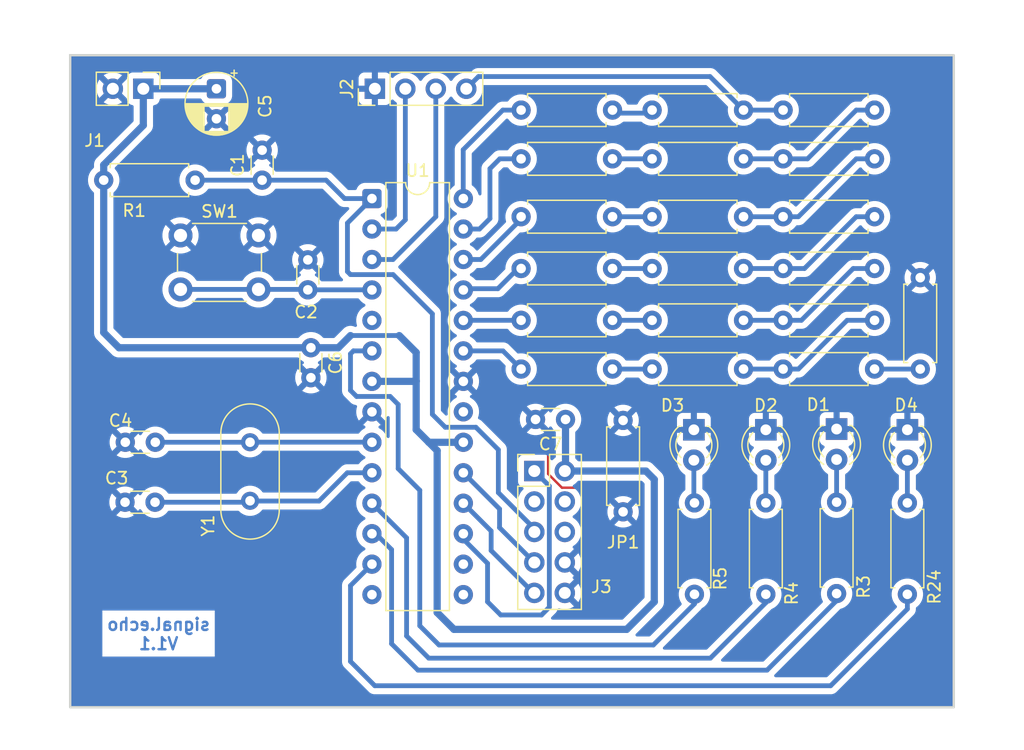
<source format=kicad_pcb>
(kicad_pcb (version 20241229) (generator "pcbnew") (generator_version "9.0")
  (layers (0 "F.Cu" signal "Front") (2 "B.Cu" signal "Back") (15 "B.Paste" user) (5 "F.SilkS" user "F.Silkscreen") (7 "B.SilkS" user "B.Silkscreen") (3 "B.Mask" user) (25 "Edge.Cuts" user))
  (net 0 "")
  (net 1 "U1_RESET")
  (net 2 "GND")
  (net 3 "SW_MODE")
  (net 4 "Net-(U1-PB7{slash}XTAL2)")
  (net 5 "Net-(U1-PB6{slash}XTAL1)")
  (net 6 "Net-(D1-A)")
  (net 7 "Net-(D2-A)")
  (net 8 "Net-(D3-A)")
  (net 9 "ANG_OUT_0")
  (net 10 "DIGI_OUT_1")
  (net 11 "DIGI_OUT_0")
  (net 12 "ISP_MOSI")
  (net 13 "ISP_SCK")
  (net 14 "ISP_MISO")
  (net 15 "ANG_D5")
  (net 16 "STAT_LED_2")
  (net 17 "STAT_LED_1")
  (net 18 "STAT_LED_0")
  (net 19 "ANG_D4")
  (net 20 "ANG_D3")
  (net 21 "Net-(R13-Pad1)")
  (net 22 "ANG_D2")
  (net 23 "Net-(R14-Pad1)")
  (net 24 "ANG_D1")
  (net 25 "Net-(R15-Pad1)")
  (net 26 "ANG_D0")
  (net 27 "Net-(R12-Pad2)")
  (net 28 "Net-(R14-Pad2)")
  (net 29 "Net-(R15-Pad2)")
  (net 30 "Net-(R16-Pad2)")
  (net 31 "Net-(D4-A)")
  (net 32 "+5V")
  (net 38 "STAT_LED_3")
  (net 42 "Net-(R11-Pad1)")
  (net 43 "Net-(R12-Pad1)")
  (net 44 "Net-(R10-Pad2)")
  (net 45 "Net-(R13-Pad2)")
  (net 46 "Net-(R22-Pad2)")
  (footprint "Connector_PinHeader_2.54mm:PinHeader_2x05_P2.54mm_Vertical" (layer "F.Cu") (at 124.8 94.1)
    (property "Reference" "J3" (at 5.588 9.652 180) (layer "F.SilkS"))
    (property "Value" "AVR_ISP" (hide yes))
    (pad "1" thru_hole rect (at 0 0) (size 1.7 1.7) (drill 1) (layers "*.Cu" "*.Mask") (net 12 "ISP_MOSI"))
    (pad "2" thru_hole circle (at 2.54 0) (size 1.7 1.7) (drill 1) (layers "*.Cu" "*.Mask") (net 32 "+5V"))
    (pad "3" thru_hole circle (at 0 2.54) (size 1.7 1.7) (drill 1) (layers "*.Cu" "*.Mask"))
    (pad "4" thru_hole circle (at 2.54 2.54) (size 1.7 1.7) (drill 1) (layers "*.Cu" "*.Mask"))
    (pad "5" thru_hole circle (at 0 5.08) (size 1.7 1.7) (drill 1) (layers "*.Cu" "*.Mask") (net 1 "U1_RESET"))
    (pad "6" thru_hole circle (at 2.54 5.08) (size 1.7 1.7) (drill 1) (layers "*.Cu" "*.Mask"))
    (pad "7" thru_hole circle (at 0 7.62) (size 1.7 1.7) (drill 1) (layers "*.Cu" "*.Mask") (net 13 "ISP_SCK"))
    (pad "8" thru_hole circle (at 2.54 7.62) (size 1.7 1.7) (drill 1) (layers "*.Cu" "*.Mask") (net 2 "GND"))
    (pad "9" thru_hole circle (at 0 10.16) (size 1.7 1.7) (drill 1) (layers "*.Cu" "*.Mask") (net 14 "ISP_MISO"))
    (pad "10" thru_hole circle (at 2.54 10.16) (size 1.7 1.7) (drill 1) (layers "*.Cu" "*.Mask") (net 2 "GND"))
  )
  (footprint "Package_DIP:DIP-28_W7.62mm" (layer "F.Cu") (at 111.262 71.384)
    (property "Reference" "U1" (at 3.81 -2.33 0) (layer "F.SilkS"))
    (property "Value" "ATmega8A-P")
    (pad "1" thru_hole roundrect (at 0 0) (size 1.6 1.6) (drill 0.8) (layers "*.Cu" "*.Mask") (roundrect_rratio 0.15625) (net 1 "U1_RESET"))
    (pad "2" thru_hole circle (at 0 2.54) (size 1.6 1.6) (drill 0.8) (layers "*.Cu" "*.Mask") (net 11 "DIGI_OUT_0"))
    (pad "3" thru_hole circle (at 0 5.08) (size 1.6 1.6) (drill 0.8) (layers "*.Cu" "*.Mask") (net 10 "DIGI_OUT_1"))
    (pad "4" thru_hole circle (at 0 7.62) (size 1.6 1.6) (drill 0.8) (layers "*.Cu" "*.Mask") (net 3 "SW_MODE"))
    (pad "5" thru_hole circle (at 0 10.16) (size 1.6 1.6) (drill 0.8) (layers "*.Cu" "*.Mask"))
    (pad "6" thru_hole circle (at 0 12.7) (size 1.6 1.6) (drill 0.8) (layers "*.Cu" "*.Mask") (net 18 "STAT_LED_0"))
    (pad "7" thru_hole circle (at 0 15.24) (size 1.6 1.6) (drill 0.8) (layers "*.Cu" "*.Mask") (net 32 "+5V"))
    (pad "8" thru_hole circle (at 0 17.78) (size 1.6 1.6) (drill 0.8) (layers "*.Cu" "*.Mask") (net 2 "GND"))
    (pad "9" thru_hole circle (at 0 20.32) (size 1.6 1.6) (drill 0.8) (layers "*.Cu" "*.Mask") (net 5 "Net-(U1-PB6{slash}XTAL1)"))
    (pad "10" thru_hole circle (at 0 22.86) (size 1.6 1.6) (drill 0.8) (layers "*.Cu" "*.Mask") (net 4 "Net-(U1-PB7{slash}XTAL2)"))
    (pad "11" thru_hole circle (at 0 25.4) (size 1.6 1.6) (drill 0.8) (layers "*.Cu" "*.Mask") (net 17 "STAT_LED_1"))
    (pad "12" thru_hole circle (at 0 27.94) (size 1.6 1.6) (drill 0.8) (layers "*.Cu" "*.Mask") (net 16 "STAT_LED_2"))
    (pad "13" thru_hole circle (at 0 30.48) (size 1.6 1.6) (drill 0.8) (layers "*.Cu" "*.Mask") (net 38 "STAT_LED_3"))
    (pad "14" thru_hole circle (at 0 33.02) (size 1.6 1.6) (drill 0.8) (layers "*.Cu" "*.Mask"))
    (pad "15" thru_hole circle (at 7.62 33.02) (size 1.6 1.6) (drill 0.8) (layers "*.Cu" "*.Mask"))
    (pad "16" thru_hole circle (at 7.62 30.48) (size 1.6 1.6) (drill 0.8) (layers "*.Cu" "*.Mask"))
    (pad "17" thru_hole circle (at 7.62 27.94) (size 1.6 1.6) (drill 0.8) (layers "*.Cu" "*.Mask") (net 12 "ISP_MOSI"))
    (pad "18" thru_hole circle (at 7.62 25.4) (size 1.6 1.6) (drill 0.8) (layers "*.Cu" "*.Mask") (net 14 "ISP_MISO"))
    (pad "19" thru_hole circle (at 7.62 22.86) (size 1.6 1.6) (drill 0.8) (layers "*.Cu" "*.Mask") (net 13 "ISP_SCK"))
    (pad "20" thru_hole circle (at 7.62 20.32) (size 1.6 1.6) (drill 0.8) (layers "*.Cu" "*.Mask") (net 32 "+5V"))
    (pad "21" thru_hole circle (at 7.62 17.78) (size 1.6 1.6) (drill 0.8) (layers "*.Cu" "*.Mask"))
    (pad "22" thru_hole circle (at 7.62 15.24) (size 1.6 1.6) (drill 0.8) (layers "*.Cu" "*.Mask") (net 2 "GND"))
    (pad "23" thru_hole circle (at 7.62 12.7) (size 1.6 1.6) (drill 0.8) (layers "*.Cu" "*.Mask") (net 26 "ANG_D0"))
    (pad "24" thru_hole circle (at 7.62 10.16) (size 1.6 1.6) (drill 0.8) (layers "*.Cu" "*.Mask") (net 24 "ANG_D1"))
    (pad "25" thru_hole circle (at 7.62 7.62) (size 1.6 1.6) (drill 0.8) (layers "*.Cu" "*.Mask") (net 22 "ANG_D2"))
    (pad "26" thru_hole circle (at 7.62 5.08) (size 1.6 1.6) (drill 0.8) (layers "*.Cu" "*.Mask") (net 20 "ANG_D3"))
    (pad "27" thru_hole circle (at 7.62 2.54) (size 1.6 1.6) (drill 0.8) (layers "*.Cu" "*.Mask") (net 19 "ANG_D4"))
    (pad "28" thru_hole circle (at 7.62 0) (size 1.6 1.6) (drill 0.8) (layers "*.Cu" "*.Mask") (net 15 "ANG_D5"))
  )
  (footprint "Capacitor_THT:C_Disc_D3.0mm_W1.6mm_P2.50mm" (layer "F.Cu") (at 106.172 83.82 -90)
    (property "Reference" "C6" (at 1.25 -2.05 90) (layer "F.SilkS"))
    (property "Value" "100nF")
    (pad "1" thru_hole circle (at 0 0 270) (size 1.6 1.6) (drill 0.8) (layers "*.Cu" "*.Mask") (net 32 "+5V"))
    (pad "2" thru_hole circle (at 2.5 0 270) (size 1.6 1.6) (drill 0.8) (layers "*.Cu" "*.Mask") (net 2 "GND"))
  )
  (footprint "Resistor_THT:R_Axial_DIN0207_L6.3mm_D2.5mm_P7.62mm_Horizontal" (layer "F.Cu") (at 132.2 97.5 90)
    (property "Reference" "JP1" (at -2.54 0 180) (layer "F.SilkS"))
    (property "Value" "Jumper_2_Bridged" (hide yes))
    (pad "1" thru_hole circle (at 0 0 90) (size 1.6 1.6) (drill 0.8) (layers "*.Cu" "*.Mask") (net 2 "GND"))
    (pad "2" thru_hole circle (at 7.62 0 90) (size 1.6 1.6) (drill 0.8) (layers "*.Cu" "*.Mask") (net 2 "GND"))
  )
  (footprint "Resistor_THT:R_Axial_DIN0207_L6.3mm_D2.5mm_P7.62mm_Horizontal" (layer "F.Cu") (at 123.698 77.216)
    (property "Reference" "R8" (hide yes))
    (property "Value" "2.2k")
    (pad "1" thru_hole circle (at 0 0) (size 1.6 1.6) (drill 0.8) (layers "*.Cu" "*.Mask") (net 22 "ANG_D2"))
    (pad "2" thru_hole circle (at 7.62 0) (size 1.6 1.6) (drill 0.8) (layers "*.Cu" "*.Mask") (net 23 "Net-(R14-Pad1)"))
  )
  (footprint "Resistor_THT:R_Axial_DIN0207_L6.3mm_D2.5mm_P7.62mm_Horizontal" (layer "F.Cu") (at 138.148 96.756 -90)
    (property "Reference" "R5" (at 6.31 -2.15 90) (layer "F.SilkS"))
    (property "Value" "2.2k")
    (pad "1" thru_hole circle (at 0 0 270) (size 1.6 1.6) (drill 0.8) (layers "*.Cu" "*.Mask") (net 8 "Net-(D3-A)"))
    (pad "2" thru_hole circle (at 7.62 0 270) (size 1.6 1.6) (drill 0.8) (layers "*.Cu" "*.Mask") (net 18 "STAT_LED_0"))
  )
  (footprint "LED_THT:LED_D3.0mm" (layer "F.Cu") (at 150 90.59978 -90)
    (property "Reference" "D1" (at -2.032 1.524 0) (layer "F.SilkS"))
    (property "Value" "LED_Small" (hide yes))
    (pad "1" thru_hole rect (at 0 0 270) (size 1.8 1.8) (drill 0.9) (layers "*.Cu" "*.Mask") (net 2 "GND"))
    (pad "2" thru_hole circle (at 2.54 0 270) (size 1.8 1.8) (drill 0.9) (layers "*.Cu" "*.Mask") (net 6 "Net-(D1-A)"))
  )
  (footprint "Crystal:Crystal_HC49-4H_Vertical" (layer "F.Cu") (at 101.1 91.7 -90)
    (property "Reference" "Y1" (at 6.95 3.5 90) (layer "F.SilkS"))
    (property "Value" "16MHz")
    (pad "1" thru_hole circle (at 0 0 270) (size 1.5 1.5) (drill 0.8) (layers "*.Cu" "*.Mask") (net 5 "Net-(U1-PB6{slash}XTAL1)"))
    (pad "2" thru_hole circle (at 4.88 0 270) (size 1.5 1.5) (drill 0.8) (layers "*.Cu" "*.Mask") (net 4 "Net-(U1-PB7{slash}XTAL2)"))
  )
  (footprint "Resistor_THT:R_Axial_DIN0207_L6.3mm_D2.5mm_P7.62mm_Horizontal" (layer "F.Cu") (at 123.698 81.534)
    (property "Reference" "R9" (hide yes))
    (property "Value" "2.2k")
    (pad "1" thru_hole circle (at 0 0) (size 1.6 1.6) (drill 0.8) (layers "*.Cu" "*.Mask") (net 24 "ANG_D1"))
    (pad "2" thru_hole circle (at 7.62 0) (size 1.6 1.6) (drill 0.8) (layers "*.Cu" "*.Mask") (net 25 "Net-(R15-Pad1)"))
  )
  (footprint "Resistor_THT:R_Axial_DIN0207_L6.3mm_D2.5mm_P7.62mm_Horizontal" (layer "F.Cu") (at 156.972 85.598 90)
    (property "Reference" "R23" (hide yes))
    (property "Value" "2.2k")
    (pad "1" thru_hole circle (at 0 0 90) (size 1.6 1.6) (drill 0.8) (layers "*.Cu" "*.Mask") (net 46 "Net-(R22-Pad2)"))
    (pad "2" thru_hole circle (at 7.62 0 90) (size 1.6 1.6) (drill 0.8) (layers "*.Cu" "*.Mask") (net 2 "GND"))
  )
  (footprint "Resistor_THT:R_Axial_DIN0207_L6.3mm_D2.5mm_P7.62mm_Horizontal" (layer "F.Cu") (at 134.62 68.072)
    (property "Reference" "R12" (hide yes))
    (property "Value" "2.2k")
    (pad "1" thru_hole circle (at 0 0) (size 1.6 1.6) (drill 0.8) (layers "*.Cu" "*.Mask") (net 43 "Net-(R12-Pad1)"))
    (pad "2" thru_hole circle (at 7.62 0) (size 1.6 1.6) (drill 0.8) (layers "*.Cu" "*.Mask") (net 27 "Net-(R12-Pad2)"))
  )
  (footprint "Resistor_THT:R_Axial_DIN0207_L6.3mm_D2.5mm_P7.62mm_Horizontal" (layer "F.Cu") (at 153.162 81.534 180)
    (property "Reference" "R21" (hide yes))
    (property "Value" "2.2k")
    (pad "1" thru_hole circle (at 0 0 180) (size 1.6 1.6) (drill 0.8) (layers "*.Cu" "*.Mask") (net 30 "Net-(R16-Pad2)"))
    (pad "2" thru_hole circle (at 7.62 0 180) (size 1.6 1.6) (drill 0.8) (layers "*.Cu" "*.Mask") (net 29 "Net-(R15-Pad2)"))
  )
  (footprint "Resistor_THT:R_Axial_DIN0207_L6.3mm_D2.5mm_P7.62mm_Horizontal" (layer "F.Cu") (at 153.162 68.072 180)
    (property "Reference" "R18" (hide yes))
    (property "Value" "2.2k")
    (pad "1" thru_hole circle (at 0 0 180) (size 1.6 1.6) (drill 0.8) (layers "*.Cu" "*.Mask") (net 45 "Net-(R13-Pad2)"))
    (pad "2" thru_hole circle (at 7.62 0 180) (size 1.6 1.6) (drill 0.8) (layers "*.Cu" "*.Mask") (net 27 "Net-(R12-Pad2)"))
  )
  (footprint "Resistor_THT:R_Axial_DIN0207_L6.3mm_D2.5mm_P7.62mm_Horizontal" (layer "F.Cu") (at 150 96.69578 -90)
    (property "Reference" "R3" (at 7.06 -2.25 90) (layer "F.SilkS"))
    (property "Value" "2.2k")
    (pad "1" thru_hole circle (at 0 0 270) (size 1.6 1.6) (drill 0.8) (layers "*.Cu" "*.Mask") (net 6 "Net-(D1-A)"))
    (pad "2" thru_hole circle (at 7.62 0 270) (size 1.6 1.6) (drill 0.8) (layers "*.Cu" "*.Mask") (net 16 "STAT_LED_2"))
  )
  (footprint "Resistor_THT:R_Axial_DIN0207_L6.3mm_D2.5mm_P7.62mm_Horizontal" (layer "F.Cu") (at 123.698 68.072)
    (property "Reference" "R6" (hide yes))
    (property "Value" "2.2k")
    (pad "1" thru_hole circle (at 0 0) (size 1.6 1.6) (drill 0.8) (layers "*.Cu" "*.Mask") (net 19 "ANG_D4"))
    (pad "2" thru_hole circle (at 7.62 0) (size 1.6 1.6) (drill 0.8) (layers "*.Cu" "*.Mask") (net 43 "Net-(R12-Pad1)"))
  )
  (footprint "LED_THT:LED_D3.0mm" (layer "F.Cu") (at 138.1 90.66 -90)
    (property "Reference" "D3" (at -2.032 1.778 0) (layer "F.SilkS"))
    (property "Value" "LED_Small" (hide yes))
    (pad "1" thru_hole rect (at 0 0 270) (size 1.8 1.8) (drill 0.9) (layers "*.Cu" "*.Mask") (net 2 "GND"))
    (pad "2" thru_hole circle (at 2.54 0 270) (size 1.8 1.8) (drill 0.9) (layers "*.Cu" "*.Mask") (net 8 "Net-(D3-A)"))
  )
  (footprint "Resistor_THT:R_Axial_DIN0207_L6.3mm_D2.5mm_P7.62mm_Horizontal" (layer "F.Cu") (at 153.162 72.898 180)
    (property "Reference" "R19" (hide yes))
    (property "Value" "2.2k")
    (pad "1" thru_hole circle (at 0 0 180) (size 1.6 1.6) (drill 0.8) (layers "*.Cu" "*.Mask") (net 28 "Net-(R14-Pad2)"))
    (pad "2" thru_hole circle (at 7.62 0 180) (size 1.6 1.6) (drill 0.8) (layers "*.Cu" "*.Mask") (net 45 "Net-(R13-Pad2)"))
  )
  (footprint "Resistor_THT:R_Axial_DIN0207_L6.3mm_D2.5mm_P7.62mm_Horizontal" (layer "F.Cu") (at 134.62 85.598)
    (property "Reference" "R16" (hide yes))
    (property "Value" "2.2k")
    (pad "1" thru_hole circle (at 0 0) (size 1.6 1.6) (drill 0.8) (layers "*.Cu" "*.Mask") (net 44 "Net-(R10-Pad2)"))
    (pad "2" thru_hole circle (at 7.62 0) (size 1.6 1.6) (drill 0.8) (layers "*.Cu" "*.Mask") (net 30 "Net-(R16-Pad2)"))
  )
  (footprint "Resistor_THT:R_Axial_DIN0207_L6.3mm_D2.5mm_P7.62mm_Horizontal" (layer "F.Cu") (at 153.162 77.216 180)
    (property "Reference" "R20" (hide yes))
    (property "Value" "2.2k")
    (pad "1" thru_hole circle (at 0 0 180) (size 1.6 1.6) (drill 0.8) (layers "*.Cu" "*.Mask") (net 29 "Net-(R15-Pad2)"))
    (pad "2" thru_hole circle (at 7.62 0 180) (size 1.6 1.6) (drill 0.8) (layers "*.Cu" "*.Mask") (net 28 "Net-(R14-Pad2)"))
  )
  (footprint "Resistor_THT:R_Axial_DIN0207_L6.3mm_D2.5mm_P7.62mm_Horizontal" (layer "F.Cu") (at 123.698 72.898)
    (property "Reference" "R7" (hide yes))
    (property "Value" "2.2k")
    (pad "1" thru_hole circle (at 0 0) (size 1.6 1.6) (drill 0.8) (layers "*.Cu" "*.Mask") (net 20 "ANG_D3"))
    (pad "2" thru_hole circle (at 7.62 0) (size 1.6 1.6) (drill 0.8) (layers "*.Cu" "*.Mask") (net 21 "Net-(R13-Pad1)"))
  )
  (footprint "Resistor_THT:R_Axial_DIN0207_L6.3mm_D2.5mm_P7.62mm_Horizontal" (layer "F.Cu") (at 134.62 64.008)
    (property "Reference" "R11" (hide yes))
    (property "Value" "2.2k")
    (pad "1" thru_hole circle (at 0 0) (size 1.6 1.6) (drill 0.8) (layers "*.Cu" "*.Mask") (net 42 "Net-(R11-Pad1)"))
    (pad "2" thru_hole circle (at 7.62 0) (size 1.6 1.6) (drill 0.8) (layers "*.Cu" "*.Mask") (net 9 "ANG_OUT_0"))
  )
  (footprint "Button_Switch_THT:SW_PUSH_6mm_H4.3mm" (layer "F.Cu") (at 95.302 74.458)
    (property "Reference" "SW1" (at 3.25 -2 0) (layer "F.SilkS"))
    (property "Value" "SW_Push")
    (pad "1" thru_hole circle (at 0 0 90) (size 2 2) (drill 1.1) (layers "*.Cu" "*.Mask") (net 2 "GND"))
    (pad "1" thru_hole circle (at 6.5 0 90) (size 2 2) (drill 1.1) (layers "*.Cu" "*.Mask") (net 2 "GND"))
    (pad "2" thru_hole circle (at 0 4.5 90) (size 2 2) (drill 1.1) (layers "*.Cu" "*.Mask") (net 3 "SW_MODE"))
    (pad "2" thru_hole circle (at 6.5 4.5 90) (size 2 2) (drill 1.1) (layers "*.Cu" "*.Mask") (net 3 "SW_MODE"))
  )
  (footprint "Resistor_THT:R_Axial_DIN0207_L6.3mm_D2.5mm_P7.62mm_Horizontal" (layer "F.Cu") (at 134.62 77.216)
    (property "Reference" "R14" (hide yes))
    (property "Value" "2.2k")
    (pad "1" thru_hole circle (at 0 0) (size 1.6 1.6) (drill 0.8) (layers "*.Cu" "*.Mask") (net 23 "Net-(R14-Pad1)"))
    (pad "2" thru_hole circle (at 7.62 0) (size 1.6 1.6) (drill 0.8) (layers "*.Cu" "*.Mask") (net 28 "Net-(R14-Pad2)"))
  )
  (footprint "Capacitor_THT:C_Disc_D3.0mm_W1.6mm_P2.50mm" (layer "F.Cu") (at 127.4 89.8 180)
    (property "Reference" "C7" (at 1.25 -2.05 0) (layer "F.SilkS"))
    (property "Value" "100nF")
    (pad "1" thru_hole circle (at 0 0 180) (size 1.6 1.6) (drill 0.8) (layers "*.Cu" "*.Mask") (net 32 "+5V"))
    (pad "2" thru_hole circle (at 2.5 0 180) (size 1.6 1.6) (drill 0.8) (layers "*.Cu" "*.Mask") (net 2 "GND"))
  )
  (footprint "Capacitor_THT:C_Disc_D3.0mm_W1.6mm_P2.50mm" (layer "F.Cu") (at 102.108 69.85 90)
    (property "Reference" "C1" (at 1.25 -2.05 90) (layer "F.SilkS"))
    (property "Value" "100nF")
    (pad "1" thru_hole circle (at 0 0 90) (size 1.6 1.6) (drill 0.8) (layers "*.Cu" "*.Mask") (net 1 "U1_RESET"))
    (pad "2" thru_hole circle (at 2.5 0 90) (size 1.6 1.6) (drill 0.8) (layers "*.Cu" "*.Mask") (net 2 "GND"))
  )
  (footprint "Resistor_THT:R_Axial_DIN0207_L6.3mm_D2.5mm_P7.62mm_Horizontal" (layer "F.Cu") (at 134.62 72.898)
    (property "Reference" "R13" (hide yes))
    (property "Value" "2.2k")
    (pad "1" thru_hole circle (at 0 0) (size 1.6 1.6) (drill 0.8) (layers "*.Cu" "*.Mask") (net 21 "Net-(R13-Pad1)"))
    (pad "2" thru_hole circle (at 7.62 0) (size 1.6 1.6) (drill 0.8) (layers "*.Cu" "*.Mask") (net 45 "Net-(R13-Pad2)"))
  )
  (footprint "Capacitor_THT:C_Disc_D3.0mm_W1.6mm_P2.50mm" (layer "F.Cu") (at 105.918 76.494 -90)
    (property "Reference" "C2" (at 4.35 0.15 180) (layer "F.SilkS"))
    (property "Value" "100nF")
    (pad "1" thru_hole circle (at 0 0 270) (size 1.6 1.6) (drill 0.8) (layers "*.Cu" "*.Mask") (net 2 "GND"))
    (pad "2" thru_hole circle (at 2.5 0 270) (size 1.6 1.6) (drill 0.8) (layers "*.Cu" "*.Mask") (net 3 "SW_MODE"))
  )
  (footprint "Resistor_THT:R_Axial_DIN0207_L6.3mm_D2.5mm_P7.62mm_Horizontal" (layer "F.Cu") (at 134.62 81.534)
    (property "Reference" "R15" (hide yes))
    (property "Value" "2.2k")
    (pad "1" thru_hole circle (at 0 0) (size 1.6 1.6) (drill 0.8) (layers "*.Cu" "*.Mask") (net 25 "Net-(R15-Pad1)"))
    (pad "2" thru_hole circle (at 7.62 0) (size 1.6 1.6) (drill 0.8) (layers "*.Cu" "*.Mask") (net 29 "Net-(R15-Pad2)"))
  )
  (footprint "Resistor_THT:R_Axial_DIN0207_L6.3mm_D2.5mm_P7.62mm_Horizontal" (layer "F.Cu") (at 155.9 96.756 -90)
    (property "Reference" "R24" (at 7.01 -2.25 90) (layer "F.SilkS"))
    (property "Value" "2.2k")
    (pad "1" thru_hole circle (at 0 0 270) (size 1.6 1.6) (drill 0.8) (layers "*.Cu" "*.Mask") (net 31 "Net-(D4-A)"))
    (pad "2" thru_hole circle (at 7.62 0 270) (size 1.6 1.6) (drill 0.8) (layers "*.Cu" "*.Mask") (net 38 "STAT_LED_3"))
  )
  (footprint "Resistor_THT:R_Axial_DIN0207_L6.3mm_D2.5mm_P7.62mm_Horizontal" (layer "F.Cu") (at 144.1 96.756 -90)
    (property "Reference" "R4" (at 7.55 -2.15 90) (layer "F.SilkS"))
    (property "Value" "2.2k")
    (pad "1" thru_hole circle (at 0 0 270) (size 1.6 1.6) (drill 0.8) (layers "*.Cu" "*.Mask") (net 7 "Net-(D2-A)"))
    (pad "2" thru_hole circle (at 7.62 0 270) (size 1.6 1.6) (drill 0.8) (layers "*.Cu" "*.Mask") (net 17 "STAT_LED_1"))
  )
  (footprint "Connector_PinHeader_2.54mm:PinHeader_1x04_P2.54mm_Vertical" (layer "F.Cu") (at 111.506 62.23 90)
    (property "Reference" "J2" (at 0 -2.33 90) (layer "F.SilkS"))
    (property "Value" "Conn_01x04")
    (pad "1" thru_hole rect (at 0 0 90) (size 1.7 1.7) (drill 1) (layers "*.Cu" "*.Mask") (net 2 "GND"))
    (pad "2" thru_hole circle (at 0 2.54 90) (size 1.7 1.7) (drill 1) (layers "*.Cu" "*.Mask") (net 11 "DIGI_OUT_0"))
    (pad "3" thru_hole circle (at 0 5.08 90) (size 1.7 1.7) (drill 1) (layers "*.Cu" "*.Mask") (net 10 "DIGI_OUT_1"))
    (pad "4" thru_hole circle (at 0 7.62 90) (size 1.7 1.7) (drill 1) (layers "*.Cu" "*.Mask") (net 9 "ANG_OUT_0"))
  )
  (footprint "Resistor_THT:R_Axial_DIN0207_L6.3mm_D2.5mm_P7.62mm_Horizontal" (layer "F.Cu") (at 145.542 85.598)
    (property "Reference" "R22" (hide yes))
    (property "Value" "2.2k")
    (pad "1" thru_hole circle (at 0 0) (size 1.6 1.6) (drill 0.8) (layers "*.Cu" "*.Mask") (net 30 "Net-(R16-Pad2)"))
    (pad "2" thru_hole circle (at 7.62 0) (size 1.6 1.6) (drill 0.8) (layers "*.Cu" "*.Mask") (net 46 "Net-(R22-Pad2)"))
  )
  (footprint "Resistor_THT:R_Axial_DIN0207_L6.3mm_D2.5mm_P7.62mm_Horizontal" (layer "F.Cu") (at 123.698 64.008)
    (property "Reference" "R2" (hide yes))
    (property "Value" "2.2k")
    (pad "1" thru_hole circle (at 0 0) (size 1.6 1.6) (drill 0.8) (layers "*.Cu" "*.Mask") (net 15 "ANG_D5"))
    (pad "2" thru_hole circle (at 7.62 0) (size 1.6 1.6) (drill 0.8) (layers "*.Cu" "*.Mask") (net 42 "Net-(R11-Pad1)"))
  )
  (footprint "Resistor_THT:R_Axial_DIN0207_L6.3mm_D2.5mm_P7.62mm_Horizontal" (layer "F.Cu") (at 123.698 85.598)
    (property "Reference" "R10" (hide yes))
    (property "Value" "2.2k")
    (pad "1" thru_hole circle (at 0 0) (size 1.6 1.6) (drill 0.8) (layers "*.Cu" "*.Mask") (net 26 "ANG_D0"))
    (pad "2" thru_hole circle (at 7.62 0) (size 1.6 1.6) (drill 0.8) (layers "*.Cu" "*.Mask") (net 44 "Net-(R10-Pad2)"))
  )
  (footprint "Capacitor_THT:CP_Radial_D5.0mm_P2.50mm" (layer "F.Cu") (at 98.298 62.23 -90)
    (property "Reference" "C5" (at 1.459112 -4.064 90) (layer "F.SilkS"))
    (property "Value" "10uF")
    (pad "1" thru_hole roundrect (at 0 0 270) (size 1.6 1.6) (drill 0.8) (layers "*.Cu" "*.Mask") (roundrect_rratio 0.15625) (net 32 "+5V"))
    (pad "2" thru_hole circle (at 2.5 0 270) (size 1.6 1.6) (drill 0.8) (layers "*.Cu" "*.Mask") (net 2 "GND"))
  )
  (footprint "Resistor_THT:R_Axial_DIN0207_L6.3mm_D2.5mm_P7.62mm_Horizontal" (layer "F.Cu") (at 88.9 69.85)
    (property "Reference" "R1" (at 2.54 2.54 0) (layer "F.SilkS"))
    (property "Value" "10k")
    (pad "1" thru_hole circle (at 0 0) (size 1.6 1.6) (drill 0.8) (layers "*.Cu" "*.Mask") (net 32 "+5V"))
    (pad "2" thru_hole circle (at 7.62 0) (size 1.6 1.6) (drill 0.8) (layers "*.Cu" "*.Mask") (net 1 "U1_RESET"))
  )
  (footprint "Capacitor_THT:C_Disc_D3.0mm_W1.6mm_P2.50mm" (layer "F.Cu") (at 90.7 91.7)
    (property "Reference" "C4" (at -0.4 -1.8 0) (layer "F.SilkS"))
    (property "Value" "22pF")
    (pad "1" thru_hole circle (at 0 0) (size 1.6 1.6) (drill 0.8) (layers "*.Cu" "*.Mask") (net 2 "GND"))
    (pad "2" thru_hole circle (at 2.5 0) (size 1.6 1.6) (drill 0.8) (layers "*.Cu" "*.Mask") (net 5 "Net-(U1-PB6{slash}XTAL1)"))
  )
  (footprint "LED_THT:LED_D3.0mm" (layer "F.Cu") (at 155.9 90.66 -90)
    (property "Reference" "D4" (at -2.06 0.1 0) (layer "F.SilkS"))
    (property "Value" "LED_Small" (hide yes))
    (pad "1" thru_hole rect (at 0 0 270) (size 1.8 1.8) (drill 0.9) (layers "*.Cu" "*.Mask") (net 2 "GND"))
    (pad "2" thru_hole circle (at 2.54 0 270) (size 1.8 1.8) (drill 0.9) (layers "*.Cu" "*.Mask") (net 31 "Net-(D4-A)"))
  )
  (footprint "Capacitor_THT:C_Disc_D3.0mm_W1.6mm_P2.50mm" (layer "F.Cu") (at 90.678 96.7)
    (property "Reference" "C3" (at -0.7 -2 0) (layer "F.SilkS"))
    (property "Value" "22pF")
    (pad "1" thru_hole circle (at 0 0) (size 1.6 1.6) (drill 0.8) (layers "*.Cu" "*.Mask") (net 2 "GND"))
    (pad "2" thru_hole circle (at 2.5 0) (size 1.6 1.6) (drill 0.8) (layers "*.Cu" "*.Mask") (net 4 "Net-(U1-PB7{slash}XTAL2)"))
  )
  (footprint "Connector_PinHeader_2.54mm:PinHeader_1x02_P2.54mm_Vertical" (layer "F.Cu") (at 92.202 62.23 -90)
    (property "Reference" "J1" (at 4.318 4.064 180) (layer "F.SilkS"))
    (property "Value" "CON_PWR")
    (pad "1" thru_hole rect (at 0 0 270) (size 1.7 1.7) (drill 1) (layers "*.Cu" "*.Mask") (net 32 "+5V"))
    (pad "2" thru_hole circle (at 0 2.54 270) (size 1.7 1.7) (drill 1) (layers "*.Cu" "*.Mask") (net 2 "GND"))
  )
  (footprint "Resistor_THT:R_Axial_DIN0207_L6.3mm_D2.5mm_P7.62mm_Horizontal" (layer "F.Cu") (at 153.162 64.008 180)
    (property "Reference" "R17" (hide yes))
    (property "Value" "2.2k")
    (pad "1" thru_hole circle (at 0 0 180) (size 1.6 1.6) (drill 0.8) (layers "*.Cu" "*.Mask") (net 27 "Net-(R12-Pad2)"))
    (pad "2" thru_hole circle (at 7.62 0 180) (size 1.6 1.6) (drill 0.8) (layers "*.Cu" "*.Mask") (net 9 "ANG_OUT_0"))
  )
  (footprint "LED_THT:LED_D3.0mm" (layer "F.Cu") (at 144.1 90.66 -90)
    (property "Reference" "D2" (at -2.032 0 0) (layer "F.SilkS"))
    (property "Value" "LED_Small" (hide yes))
    (pad "1" thru_hole rect (at 0 0 270) (size 1.8 1.8) (drill 0.9) (layers "*.Cu" "*.Mask") (net 2 "GND"))
    (pad "2" thru_hole circle (at 2.54 0 270) (size 1.8 1.8) (drill 0.9) (layers "*.Cu" "*.Mask") (net 7 "Net-(D2-A)"))
  )
  (gr_rect (start 86.106 59.436) (end 159.766 113.792) (stroke (width 0.2)) (fill no) (layer "Edge.Cuts"))
  (gr_text "signal.echo\nV1.1" (at 93.472 107.696 0) (layer "B.Cu") (effects (font (size 1 1) (thickness 0.2)) (justify mirror)))
  (segment (start 113.03 77.724) (end 116.3 80.994) (width 0.4) (layer "B.Cu") (net 1))
  (segment (start 102.108 69.85) (end 107.442 69.85) (width 0.4) (layer "B.Cu") (net 1))
  (segment (start 117.374 90.45) (end 119.928 90.45) (width 0.4) (layer "B.Cu") (net 1))
  (segment (start 116.3 89.376) (end 117.374 90.45) (width 0.4) (layer "B.Cu") (net 1))
  (segment (start 119.928 90.45) (end 121.8 92.322) (width 0.4) (layer "B.Cu") (net 1))
  (segment (start 109.22 77.47) (end 109.474 77.724) (width 0.4) (layer "B.Cu") (net 1))
  (segment (start 111.262 71.384) (end 109.22 73.426) (width 0.4) (layer "B.Cu") (net 1))
  (segment (start 121.8 95.9) (end 124.8 98.9) (width 0.4) (layer "B.Cu") (net 1))
  (segment (start 96.52 69.85) (end 102.108 69.85) (width 0.4) (layer "B.Cu") (net 1))
  (segment (start 121.8 92.322) (end 121.8 95.9) (width 0.4) (layer "B.Cu") (net 1))
  (segment (start 109.474 77.724) (end 113.03 77.724) (width 0.4) (layer "B.Cu") (net 1))
  (segment (start 116.3 80.994) (end 116.3 89.376) (width 0.4) (layer "B.Cu") (net 1))
  (segment (start 107.442 69.85) (end 108.976 71.384) (width 0.4) (layer "B.Cu") (net 1))
  (segment (start 108.976 71.384) (end 111.262 71.384) (width 0.4) (layer "B.Cu") (net 1))
  (segment (start 124.8 98.9) (end 124.8 99.18) (width 0.4) (layer "B.Cu") (net 1))
  (segment (start 109.22 73.426) (end 109.22 77.47) (width 0.4) (layer "B.Cu") (net 1))
  (segment (start 129.3 96.4) (end 129.3 99.76) (width 0.2) (layer "F.Cu") (net 2))
  (segment (start 125.951 90.851) (end 125.951 94.33876) (width 0.2) (layer "F.Cu") (net 2))
  (segment (start 129.3 99.76) (end 127.34 101.72) (width 0.2) (layer "F.Cu") (net 2))
  (segment (start 124.9 89.8) (end 125.951 90.851) (width 0.2) (layer "F.Cu") (net 2))
  (segment (start 125.951 94.33876) (end 127.10124 95.489) (width 0.2) (layer "F.Cu") (net 2))
  (segment (start 127.10124 95.489) (end 128.389 95.489) (width 0.2) (layer "F.Cu") (net 2))
  (segment (start 128.389 95.489) (end 129.3 96.4) (width 0.2) (layer "F.Cu") (net 2))
  (segment (start 101.802 78.958) (end 105.882 78.958) (width 0.4) (layer "B.Cu") (net 3))
  (segment (start 95.302 78.958) (end 101.802 78.958) (width 0.4) (layer "B.Cu") (net 3))
  (segment (start 105.918 78.994) (end 111.252 78.994) (width 0.4) (layer "B.Cu") (net 3))
  (segment (start 93.178 96.7) (end 100.98 96.7) (width 0.4) (layer "B.Cu") (net 4))
  (segment (start 101.12 96.6) (end 106.854 96.6) (width 0.4) (layer "B.Cu") (net 4))
  (segment (start 106.854 96.6) (end 109.21 94.244) (width 0.4) (layer "B.Cu") (net 4))
  (segment (start 100.98 96.7) (end 101.1 96.58) (width 0.4) (layer "B.Cu") (net 4))
  (segment (start 101.1 96.58) (end 101.12 96.6) (width 0.4) (layer "B.Cu") (net 4))
  (segment (start 109.21 94.244) (end 111.262 94.244) (width 0.4) (layer "B.Cu") (net 4))
  (segment (start 101.1 91.7) (end 101.106 91.694) (width 0.4) (layer "B.Cu") (net 5))
  (segment (start 101.106 91.694) (end 111.252 91.694) (width 0.4) (layer "B.Cu") (net 5))
  (segment (start 93.2 91.7) (end 101.1 91.7) (width 0.4) (layer "B.Cu") (net 5))
  (segment (start 150 96.69578) (end 150 93.13978) (width 0.4) (layer "B.Cu") (net 6))
  (segment (start 144.1 96.756) (end 144.1 93.2) (width 0.4) (layer "B.Cu") (net 7))
  (segment (start 138.1 96.708) (end 138.148 96.756) (width 0.4) (layer "B.Cu") (net 8))
  (segment (start 138.1 93.2) (end 138.1 96.708) (width 0.4) (layer "B.Cu") (net 8))
  (segment (start 142.24 64.008) (end 145.542 64.008) (width 0.4) (layer "B.Cu") (net 9))
  (segment (start 119.126 62.23) (end 120.142 61.214) (width 0.4) (layer "B.Cu") (net 9))
  (segment (start 120.142 61.214) (end 139.446 61.214) (width 0.4) (layer "B.Cu") (net 9))
  (segment (start 139.446 61.214) (end 142.24 64.008) (width 0.4) (layer "B.Cu") (net 9))
  (segment (start 111.262 76.464) (end 113.02 76.464) (width 0.4) (layer "B.Cu") (net 10))
  (segment (start 113.02 76.464) (end 116.586 72.898) (width 0.4) (layer "B.Cu") (net 10))
  (segment (start 116.586 72.898) (end 116.586 62.23) (width 0.4) (layer "B.Cu") (net 10))
  (segment (start 111.262 73.924) (end 113.274 73.924) (width 0.4) (layer "B.Cu") (net 11))
  (segment (start 113.274 73.924) (end 114.046 73.152) (width 0.4) (layer "B.Cu") (net 11))
  (segment (start 114.046 73.152) (end 114.046 62.23) (width 0.4) (layer "B.Cu") (net 11))
  (segment (start 125.4 106.1) (end 126.05 105.45) (width 0.4) (layer "B.Cu") (net 12))
  (segment (start 122 106.1) (end 125.4 106.1) (width 0.4) (layer "B.Cu") (net 12))
  (segment (start 126.05 95.35) (end 124.8 94.1) (width 0.4) (layer "B.Cu") (net 12))
  (segment (start 118.882 99.782) (end 120.9 101.8) (width 0.4) (layer "B.Cu") (net 12))
  (segment (start 120.9 101.8) (end 120.9 105) (width 0.4) (layer "B.Cu") (net 12))
  (segment (start 120.9 105) (end 122 106.1) (width 0.4) (layer "B.Cu") (net 12))
  (segment (start 118.882 99.324) (end 118.882 99.782) (width 0.4) (layer "B.Cu") (net 12))
  (segment (start 126.05 105.45) (end 126.05 95.35) (width 0.4) (layer "B.Cu") (net 12))
  (segment (start 118.882 94.244) (end 121.9 97.262) (width 0.4) (layer "B.Cu") (net 13))
  (segment (start 121.9 98.82) (end 124.8 101.72) (width 0.4) (layer "B.Cu") (net 13))
  (segment (start 121.9 97.262) (end 121.9 98.82) (width 0.4) (layer "B.Cu") (net 13))
  (segment (start 118.882 96.784) (end 121.2 99.102) (width 0.4) (layer "B.Cu") (net 14))
  (segment (start 121.2 99.102) (end 121.2 100.73) (width 0.4) (layer "B.Cu") (net 14))
  (segment (start 121.2 100.73) (end 124.73 104.26) (width 0.4) (layer "B.Cu") (net 14))
  (segment (start 124.73 104.26) (end 124.8 104.26) (width 0.4) (layer "B.Cu") (net 14))
  (segment (start 118.872 71.374) (end 118.872 67.31) (width 0.4) (layer "B.Cu") (net 15))
  (segment (start 118.872 67.31) (end 122.174 64.008) (width 0.4) (layer "B.Cu") (net 15))
  (segment (start 122.174 64.008) (end 123.698 64.008) (width 0.4) (layer "B.Cu") (net 15))
  (segment (start 150 104.9) (end 150 104.31578) (width 0.4) (layer "B.Cu") (net 16))
  (segment (start 112.9 100.65) (end 112.9 108.5) (width 0.4) (layer "B.Cu") (net 16))
  (segment (start 144.2 110.7) (end 150 104.9) (width 0.4) (layer "B.Cu") (net 16))
  (segment (start 111.574 99.324) (end 112.9 100.65) (width 0.4) (layer "B.Cu") (net 16))
  (segment (start 112.9 108.5) (end 115.1 110.7) (width 0.4) (layer "B.Cu") (net 16))
  (segment (start 115.1 110.7) (end 144.2 110.7) (width 0.4) (layer "B.Cu") (net 16))
  (segment (start 114.15 99.672) (end 114.15 107.85) (width 0.4) (layer "B.Cu") (net 17))
  (segment (start 144.1 105.076) (end 144.1 104.376) (width 0.4) (layer "B.Cu") (net 17))
  (segment (start 139.476 109.7) (end 144.1 105.076) (width 0.4) (layer "B.Cu") (net 17))
  (segment (start 116 109.7) (end 139.476 109.7) (width 0.4) (layer "B.Cu") (net 17))
  (segment (start 111.262 96.784) (end 114.15 99.672) (width 0.4) (layer "B.Cu") (net 17))
  (segment (start 114.15 107.85) (end 116 109.7) (width 0.4) (layer "B.Cu") (net 17))
  (segment (start 138.148 105.176) (end 138.148 104.376) (width 0.4) (layer "B.Cu") (net 18))
  (segment (start 115.25 95.7) (end 115.25 107) (width 0.4) (layer "B.Cu") (net 18))
  (segment (start 113.45 88.55) (end 113.45 93.9) (width 0.4) (layer "B.Cu") (net 18))
  (segment (start 134.724 108.6) (end 138.148 105.176) (width 0.4) (layer "B.Cu") (net 18))
  (segment (start 109.738 84.084) (end 109.728 84.074) (width 0.4) (layer "B.Cu") (net 18))
  (segment (start 111.262 84.084) (end 109.738 84.084) (width 0.4) (layer "B.Cu") (net 18))
  (segment (start 115.25 107) (end 116.85 108.6) (width 0.4) (layer "B.Cu") (net 18))
  (segment (start 112.784 87.884) (end 113.45 88.55) (width 0.4) (layer "B.Cu") (net 18))
  (segment (start 113.45 93.9) (end 115.25 95.7) (width 0.4) (layer "B.Cu") (net 18))
  (segment (start 109.982 87.884) (end 112.784 87.884) (width 0.4) (layer "B.Cu") (net 18))
  (segment (start 109.474 87.376) (end 109.982 87.884) (width 0.4) (layer "B.Cu") (net 18))
  (segment (start 109.474 84.328) (end 109.474 87.376) (width 0.4) (layer "B.Cu") (net 18))
  (segment (start 109.728 84.074) (end 109.474 84.328) (width 0.4) (layer "B.Cu") (net 18))
  (segment (start 116.85 108.6) (end 134.724 108.6) (width 0.4) (layer "B.Cu") (net 18))
  (segment (start 121.1 68.892) (end 121.92 68.072) (width 0.4) (layer "B.Cu") (net 19))
  (segment (start 121.92 68.072) (end 123.698 68.072) (width 0.4) (layer "B.Cu") (net 19))
  (segment (start 120.226 73.924) (end 121.1 73.05) (width 0.4) (layer "B.Cu") (net 19))
  (segment (start 118.882 73.924) (end 120.226 73.924) (width 0.4) (layer "B.Cu") (net 19))
  (segment (start 121.1 73.05) (end 121.1 68.892) (width 0.4) (layer "B.Cu") (net 19))
  (segment (start 120.336 76.464) (end 123.444 73.356) (width 0.4) (layer "B.Cu") (net 20))
  (segment (start 123.444 73.356) (end 123.444 72.898) (width 0.4) (layer "B.Cu") (net 20))
  (segment (start 118.882 76.464) (end 120.336 76.464) (width 0.4) (layer "B.Cu") (net 20))
  (segment (start 131.318 72.898) (end 131.302 72.898) (width 0.4) (layer "B.Cu") (net 21))
  (segment (start 131.302 72.898) (end 134.62 72.898) (width 0.4) (layer "B.Cu") (net 21))
  (segment (start 121.76 78.9) (end 123.444 77.216) (width 0.4) (layer "B.Cu") (net 22))
  (segment (start 118.986 78.9) (end 121.76 78.9) (width 0.4) (layer "B.Cu") (net 22))
  (segment (start 118.882 79.004) (end 118.986 78.9) (width 0.4) (layer "B.Cu") (net 22))
  (segment (start 131.318 77.216) (end 134.62 77.216) (width 0.4) (layer "B.Cu") (net 23))
  (segment (start 118.892 81.534) (end 123.698 81.534) (width 0.4) (layer "B.Cu") (net 24))
  (segment (start 131.318 81.534) (end 134.62 81.534) (width 0.4) (layer "B.Cu") (net 25))
  (segment (start 122.184 84.084) (end 123.698 85.598) (width 0.4) (layer "B.Cu") (net 26))
  (segment (start 118.882 84.084) (end 122.184 84.084) (width 0.4) (layer "B.Cu") (net 26))
  (segment (start 151.638 64.008) (end 147.574 68.072) (width 0.4) (layer "B.Cu") (net 27))
  (segment (start 153.162 64.008) (end 151.638 64.008) (width 0.4) (layer "B.Cu") (net 27))
  (segment (start 142.24 68.072) (end 142.272 68.072) (width 0.4) (layer "B.Cu") (net 27))
  (segment (start 142.3 68.1) (end 142.328 68.072) (width 0.4) (layer "B.Cu") (net 27))
  (segment (start 142.272 68.072) (end 142.3 68.1) (width 0.4) (layer "B.Cu") (net 27))
  (segment (start 147.574 68.072) (end 145.542 68.072) (width 0.4) (layer "B.Cu") (net 27))
  (segment (start 142.328 68.072) (end 145.542 68.072) (width 0.4) (layer "B.Cu") (net 27))
  (segment (start 147.32 77.216) (end 145.542 77.216) (width 0.4) (layer "B.Cu") (net 28))
  (segment (start 153.162 72.898) (end 151.638 72.898) (width 0.4) (layer "B.Cu") (net 28))
  (segment (start 151.638 72.898) (end 147.32 77.216) (width 0.4) (layer "B.Cu") (net 28))
  (segment (start 142.24 77.216) (end 145.542 77.216) (width 0.4) (layer "B.Cu") (net 28))
  (segment (start 153.162 77.216) (end 151.384 77.216) (width 0.4) (layer "B.Cu") (net 29))
  (segment (start 142.24 81.534) (end 145.542 81.534) (width 0.4) (layer "B.Cu") (net 29))
  (segment (start 151.384 77.216) (end 147.066 81.534) (width 0.4) (layer "B.Cu") (net 29))
  (segment (start 147.066 81.534) (end 145.542 81.534) (width 0.4) (layer "B.Cu") (net 29))
  (segment (start 150.876 81.534) (end 146.812 85.598) (width 0.4) (layer "B.Cu") (net 30))
  (segment (start 153.162 81.534) (end 150.876 81.534) (width 0.4) (layer "B.Cu") (net 30))
  (segment (start 142.24 85.598) (end 145.542 85.598) (width 0.4) (layer "B.Cu") (net 30))
  (segment (start 146.812 85.598) (end 145.542 85.598) (width 0.4) (layer "B.Cu") (net 30))
  (segment (start 155.9 96.756) (end 155.9 93.2) (width 0.4) (layer "B.Cu") (net 31))
  (segment (start 118.882 91.704) (end 116.004 91.704) (width 0.6) (layer "B.Cu") (net 32))
  (segment (start 132.5 107.3) (end 134.8 105) (width 0.6) (layer "B.Cu") (net 32))
  (segment (start 92.202 62.23) (end 92.202 65.278) (width 0.6) (layer "B.Cu") (net 32))
  (segment (start 88.9 82.55) (end 90.17 83.82) (width 0.6) (layer "B.Cu") (net 32))
  (segment (start 106.172 83.82) (end 108.458 83.82) (width 0.6) (layer "B.Cu") (net 32))
  (segment (start 109.474 82.804) (end 113.538 82.804) (width 0.4) (layer "B.Cu") (net 32))
  (segment (start 113.538 82.804) (end 114.95 84.216) (width 0.6) (layer "B.Cu") (net 32))
  (segment (start 116.7 105.9) (end 118.1 107.3) (width 0.6) (layer "B.Cu") (net 32))
  (segment (start 92.202 62.23) (end 98.298 62.23) (width 0.6) (layer "B.Cu") (net 32))
  (segment (start 116 91.7) (end 114.95 90.65) (width 0.6) (layer "B.Cu") (net 32))
  (segment (start 88.9 68.58) (end 88.9 69.85) (width 0.6) (layer "B.Cu") (net 32))
  (segment (start 127.4 89.8) (end 127.4 94.04) (width 0.6) (layer "B.Cu") (net 32))
  (segment (start 111.262 86.624) (end 114.926 86.624) (width 0.6) (layer "B.Cu") (net 32))
  (segment (start 134.8 94.8) (end 134.1 94.1) (width 0.6) (layer "B.Cu") (net 32))
  (segment (start 92.202 65.278) (end 88.9 68.58) (width 0.6) (layer "B.Cu") (net 32))
  (segment (start 88.9 69.85) (end 88.9 82.55) (width 0.6) (layer "B.Cu") (net 32))
  (segment (start 116.004 91.704) (end 116 91.7) (width 0.6) (layer "B.Cu") (net 32))
  (segment (start 118.1 107.3) (end 132.5 107.3) (width 0.6) (layer "B.Cu") (net 32))
  (segment (start 114.95 86.6) (end 114.95 90.65) (width 0.6) (layer "B.Cu") (net 32))
  (segment (start 134.8 105) (end 134.8 94.8) (width 0.6) (layer "B.Cu") (net 32))
  (segment (start 127.4 94.04) (end 127.34 94.1) (width 0.2) (layer "B.Cu") (net 32))
  (segment (start 134.1 94.1) (end 127.34 94.1) (width 0.6) (layer "B.Cu") (net 32))
  (segment (start 116.7 92.4) (end 116.7 105.9) (width 0.6) (layer "B.Cu") (net 32))
  (segment (start 114.926 86.624) (end 114.95 86.6) (width 0.6) (layer "B.Cu") (net 32))
  (segment (start 116 91.7) (end 116.7 92.4) (width 0.6) (layer "B.Cu") (net 32))
  (segment (start 90.17 83.82) (end 106.172 83.82) (width 0.6) (layer "B.Cu") (net 32))
  (segment (start 108.458 83.82) (end 109.474 82.804) (width 0.6) (layer "B.Cu") (net 32))
  (segment (start 114.95 84.216) (end 114.95 86.6) (width 0.6) (layer "B.Cu") (net 32))
  (segment (start 111.5 112) (end 149.5 112) (width 0.4) (layer "B.Cu") (net 38))
  (segment (start 111.262 101.864) (end 109.474 103.652) (width 0.4) (layer "B.Cu") (net 38))
  (segment (start 109.474 109.974) (end 111.5 112) (width 0.4) (layer "B.Cu") (net 38))
  (segment (start 109.474 103.652) (end 109.474 109.974) (width 0.4) (layer "B.Cu") (net 38))
  (segment (start 149.5 112) (end 155.9 105.6) (width 0.4) (layer "B.Cu") (net 38))
  (segment (start 155.9 105.6) (end 155.9 104.376) (width 0.4) (layer "B.Cu") (net 38))
  (segment (start 131.572 64.262) (end 134.366 64.262) (width 0.4) (layer "B.Cu") (net 42))
  (segment (start 131.318 68.072) (end 134.62 68.072) (width 0.4) (layer "B.Cu") (net 43))
  (segment (start 131.318 85.598) (end 134.62 85.598) (width 0.4) (layer "B.Cu") (net 44))
  (segment (start 151.638 68.072) (end 146.812 72.898) (width 0.4) (layer "B.Cu") (net 45))
  (segment (start 142.657 72.9) (end 144.943 72.9) (width 0.4) (layer "B.Cu") (net 45))
  (segment (start 146.812 72.898) (end 145.542 72.898) (width 0.4) (layer "B.Cu") (net 45))
  (segment (start 153.162 68.072) (end 151.638 68.072) (width 0.4) (layer "B.Cu") (net 45))
  (segment (start 153.162 85.598) (end 156.972 85.598) (width 0.4) (layer "B.Cu") (net 46))
  (zone (net 2) (net_name "GND") (layer "B.Cu") (connect_pads (clearance 0.508)) (min_thickness 0.254) (fill yes (thermal_gap 0.508) (thermal_bridge_width 0.508))
    (polygon (pts (xy 165.632993 54.965503) (xy 165.162481 117.385895) (xy 80.290839 117.250617) (xy 80.253351 54.830225)))
  )
)
</source>
